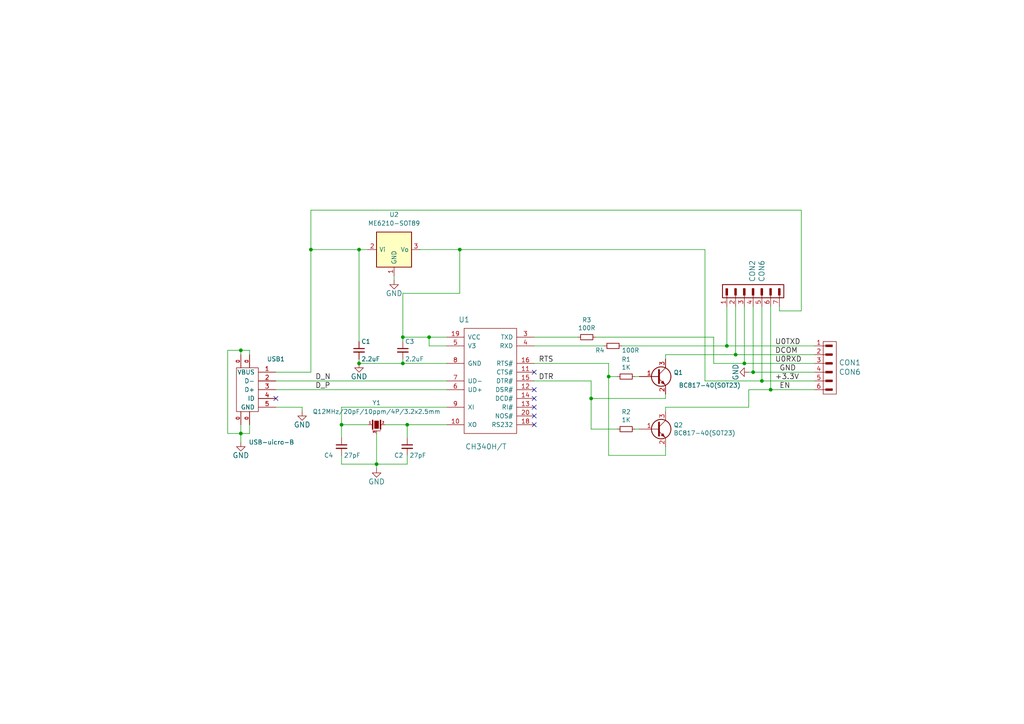
<source format=kicad_sch>
(kicad_sch (version 20230121) (generator eeschema)
  (paper "A4")
  (lib_symbols
    (symbol "ESP-PROG_Rev.C:C-bb-ch340t" (pin_numbers hide) (pin_names (offset 0.254) hide)
      (property "Reference" "C" (at 0.254 1.778 0))
      (property "Value" "C-bb-ch340t" (at 0.254 -2.032 0))
      (symbol "C-bb-ch340t_0_1"
        (polyline (pts (xy -1.524 -0.508) (xy 1.524 -0.508)) (stroke (width 0.3302)))
        (polyline (pts (xy -1.524 0.508) (xy 1.524 0.508)) (stroke (width 0.3048)))
      )
      (symbol "C-bb-ch340t_1_1"
        (pin passive line (at 0 2.54 270) (length 1.905) (name "~") (number "1"))
        (pin passive line (at 0 -2.54 90) (length 2.032) (name "~") (number "2"))
      )
    )
    (symbol "ESP-PROG_Rev.C:CH340T(SSOP20W)-bb-ch340t" (pin_names (offset 1.016))
      (property "Reference" "U" (at -5.08 16.51 0))
      (property "Value" "CH340T(SSOP20W)-bb-ch340t" (at 0 -16.51 0))
      (symbol "CH340T(SSOP20W)-bb-ch340t_0_1"
        (rectangle (start -7.62 15.24) (end 7.62 -15.24))
      )
      (symbol "CH340T(SSOP20W)-bb-ch340t_1_1"
        (pin output line (at -12.7 -12.7 0) (length 5.08) (name "XO") (number "10"))
        (pin input line (at 12.7 2.54 180) (length 5.08) (name "CTS#") (number "11"))
        (pin input line (at 12.7 -2.54 180) (length 5.08) (name "DSR#") (number "12"))
        (pin input line (at 12.7 -7.62 180) (length 5.08) (name "RI#") (number "13"))
        (pin input line (at 12.7 -5.08 180) (length 5.08) (name "DCD#") (number "14"))
        (pin output line (at 12.7 0 180) (length 5.08) (name "DTR#") (number "15"))
        (pin output line (at 12.7 5.08 180) (length 5.08) (name "RTS#") (number "16"))
        (pin input line (at 12.7 -12.7 180) (length 5.08) (name "RS232") (number "18"))
        (pin power_in line (at -12.7 12.7 0) (length 5.08) (name "VCC") (number "19"))
        (pin input line (at 12.7 -10.16 180) (length 5.08) (name "NOS#") (number "20"))
        (pin output line (at 12.7 12.7 180) (length 5.08) (name "TXD") (number "3"))
        (pin input line (at 12.7 10.16 180) (length 5.08) (name "RXD") (number "4"))
        (pin power_in line (at -12.7 10.16 0) (length 5.08) (name "V3") (number "5"))
        (pin bidirectional line (at -12.7 -2.54 0) (length 5.08) (name "UD+") (number "6"))
        (pin bidirectional line (at -12.7 0 0) (length 5.08) (name "UD-") (number "7"))
        (pin power_in line (at -12.7 5.08 0) (length 5.08) (name "GND") (number "8"))
        (pin input line (at -12.7 -7.62 0) (length 5.08) (name "XI") (number "9"))
      )
    )
    (symbol "ESP-PROG_Rev.C:CON6" (pin_names (offset 1.016))
      (property "Reference" "CON" (at -1.27 7.62 0))
      (property "Value" "CON6" (at -1.27 -10.16 0))
      (symbol "CON6_0_0"
        (rectangle (start -2.6416 -7.7724) (end -0.8636 -7.4168))
        (rectangle (start -2.6416 -5.2324) (end -0.8636 -4.8768))
        (rectangle (start -2.6416 -2.6924) (end -0.8636 -2.3368))
        (rectangle (start -2.6416 -0.1524) (end -0.8636 0.2032))
        (rectangle (start -2.6416 2.3876) (end -0.8636 2.7432))
        (rectangle (start -2.6162 -7.6708) (end -0.9652 -7.5692))
        (rectangle (start -2.6162 -5.1308) (end -0.9652 -5.0292))
        (rectangle (start -2.6162 -2.5908) (end -0.9652 -2.4892))
        (rectangle (start -2.6162 -0.0508) (end -0.9652 0.0508))
        (rectangle (start -2.6162 2.4892) (end -0.9652 2.5908))
        (rectangle (start -2.6162 4.9276) (end -0.8382 5.2832))
        (rectangle (start -2.5908 5.0546) (end -0.9398 5.1562))
        (rectangle (start -0.9652 -7.493) (end -2.6416 -7.6962))
        (rectangle (start -0.9652 -4.953) (end -2.6416 -5.1562))
        (rectangle (start -0.9652 -2.413) (end -2.6416 -2.6162))
        (rectangle (start -0.9652 0.127) (end -2.6416 -0.0762))
        (rectangle (start -0.9652 2.667) (end -2.6416 2.4638))
        (rectangle (start -0.8636 5.1816) (end -2.54 4.9784))
        (rectangle (start -0.7366 -7.3152) (end -2.667 -7.874))
        (rectangle (start -0.7366 -4.7752) (end -2.667 -5.334))
        (rectangle (start -0.7366 -2.2352) (end -2.667 -2.794))
        (rectangle (start -0.7366 0.3048) (end -2.667 -0.254))
        (rectangle (start -0.7366 2.8448) (end -2.667 2.286))
        (rectangle (start -0.7366 5.3848) (end -2.667 4.826))
        (polyline (pts (xy 0 -7.62) (xy -0.762 -7.62)))
        (polyline (pts (xy 0 -5.08) (xy -0.762 -5.08)))
        (polyline (pts (xy 0 -2.54) (xy -0.762 -2.54)))
        (polyline (pts (xy 0 0) (xy -0.762 0)))
        (polyline (pts (xy 0 2.54) (xy -0.762 2.54)))
        (polyline (pts (xy 0 5.08) (xy -0.762 5.08)))
      )
      (symbol "CON6_0_1"
        (rectangle (start -3.81 6.35) (end 0 -8.89))
      )
      (symbol "CON6_1_1"
        (pin passive line (at 2.54 5.08 180) (length 2.54) (name "~") (number "1"))
        (pin passive line (at 2.54 2.54 180) (length 2.54) (name "~") (number "2"))
        (pin passive line (at 2.54 0 180) (length 2.54) (name "~") (number "3"))
        (pin passive line (at 2.54 -2.54 180) (length 2.54) (name "~") (number "4"))
        (pin passive line (at 2.54 -5.08 180) (length 2.54) (name "~") (number "5"))
        (pin passive line (at 2.54 -7.62 180) (length 2.54) (name "~") (number "6"))
      )
    )
    (symbol "ESP-PROG_Rev.C:CON7" (pin_names (offset 1.016))
      (property "Reference" "CON" (at -1.27 10.16 0))
      (property "Value" "CON7" (at -1.016 -10.414 0))
      (symbol "CON7_0_0"
        (rectangle (start -2.6416 -7.7724) (end -0.8636 -7.4168))
        (rectangle (start -2.6416 -5.2324) (end -0.8636 -4.8768))
        (rectangle (start -2.6416 -2.6924) (end -0.8636 -2.3368))
        (rectangle (start -2.6416 -0.1524) (end -0.8636 0.2032))
        (rectangle (start -2.6416 2.3876) (end -0.8636 2.7432))
        (rectangle (start -2.6416 4.9276) (end -0.8636 5.2832))
        (rectangle (start -2.6162 -7.6708) (end -0.9652 -7.5692))
        (rectangle (start -2.6162 -5.1308) (end -0.9652 -5.0292))
        (rectangle (start -2.6162 -2.5908) (end -0.9652 -2.4892))
        (rectangle (start -2.6162 -0.0508) (end -0.9652 0.0508))
        (rectangle (start -2.6162 2.4892) (end -0.9652 2.5908))
        (rectangle (start -2.6162 5.0292) (end -0.9652 5.1308))
        (rectangle (start -2.6162 7.4676) (end -0.8382 7.8232))
        (rectangle (start -2.5908 7.5946) (end -0.9398 7.6962))
        (rectangle (start -0.9652 -7.493) (end -2.6416 -7.6962))
        (rectangle (start -0.9652 -4.953) (end -2.6416 -5.1562))
        (rectangle (start -0.9652 -2.413) (end -2.6416 -2.6162))
        (rectangle (start -0.9652 0.127) (end -2.6416 -0.0762))
        (rectangle (start -0.9652 2.667) (end -2.6416 2.4638))
        (rectangle (start -0.9652 5.207) (end -2.6416 5.0038))
        (rectangle (start -0.8636 7.7216) (end -2.54 7.5184))
        (rectangle (start -0.7366 -7.3152) (end -2.667 -7.874))
        (rectangle (start -0.7366 -4.7752) (end -2.667 -5.334))
        (rectangle (start -0.7366 -2.2352) (end -2.667 -2.794))
        (rectangle (start -0.7366 0.3048) (end -2.667 -0.254))
        (rectangle (start -0.7366 2.8448) (end -2.667 2.286))
        (rectangle (start -0.7366 5.3848) (end -2.667 4.826))
        (rectangle (start -0.7366 7.9248) (end -2.667 7.366))
        (polyline (pts (xy 0 -7.62) (xy -0.762 -7.62)))
        (polyline (pts (xy 0 -5.08) (xy -0.762 -5.08)))
        (polyline (pts (xy 0 -2.54) (xy -0.762 -2.54)))
        (polyline (pts (xy 0 0) (xy -0.762 0)))
        (polyline (pts (xy 0 2.54) (xy -0.762 2.54)))
        (polyline (pts (xy 0 5.08) (xy -0.762 5.08)))
        (polyline (pts (xy 0 7.62) (xy -0.762 7.62)))
      )
      (symbol "CON7_0_1"
        (rectangle (start -3.81 8.89) (end 0 -8.89) (stroke (width 0.254)))
      )
      (symbol "CON7_1_1"
        (pin passive line (at 2.54 7.62 180) (length 2.54) (name "~") (number "1"))
        (pin passive line (at 2.54 5.08 180) (length 2.54) (name "~") (number "2"))
        (pin passive line (at 2.54 2.54 180) (length 2.54) (name "~") (number "3"))
        (pin passive line (at 2.54 0 180) (length 2.54) (name "~") (number "4"))
        (pin passive line (at 2.54 -2.54 180) (length 2.54) (name "~") (number "5"))
        (pin passive line (at 2.54 -5.08 180) (length 2.54) (name "~") (number "6"))
        (pin passive line (at 2.54 -7.62 180) (length 2.54) (name "~") (number "7"))
      )
    )
    (symbol "ESP-PROG_Rev.C:Crystal_GND" (pin_names (offset 1.016) hide)
      (property "Reference" "Q" (at 0 2.286 0))
      (property "Value" "Crystal_GND" (at 0.762 -2.794 0))
      (symbol "Crystal_GND_0_1"
        (polyline (pts (xy -1.143 -1.778) (xy 1.143 -1.778)))
        (polyline (pts (xy -1.143 1.27) (xy -1.143 -1.27)) (stroke (width 0.4064)))
        (polyline (pts (xy 1.143 1.27) (xy 1.143 -1.27)) (stroke (width 0.4064)))
        (polyline (pts (xy -0.508 1.016) (xy 0.508 1.016) (xy 0.508 -1.016) (xy -0.508 -1.016) (xy -0.508 1.016)) (stroke (width 0.3048)) (fill (type outline)))
      )
      (symbol "Crystal_GND_1_1"
        (pin passive line (at -2.54 0 0) (length 1.27) (name "1") (number "1"))
        (pin passive line (at 2.54 0 180) (length 1.27) (name "2") (number "2"))
        (pin passive line (at 0 -2.54 90) (length 0.762) (name "case") (number "3"))
      )
    )
    (symbol "ESP-PROG_Rev.C:GND-bb-ch340t" (power) (pin_names (offset 0))
      (property "Value" "GND-bb-ch340t" (at 0 -3.81 0))
      (symbol "GND-bb-ch340t_0_1"
        (polyline (pts (xy 0 0) (xy 0 -1.27) (xy 1.27 -1.27) (xy 0 -2.54) (xy -1.27 -1.27) (xy 0 -1.27)))
      )
      (symbol "GND-bb-ch340t_1_1"
        (pin power_in line (at 0 0 270) (length 0) hide (name "GND") (number "1"))
      )
    )
    (symbol "ESP-PROG_Rev.C:ME6210-SOT89" (pin_names (offset 0.762))
      (property "Reference" "U" (at 2.54 -6.35 0))
      (property "Value" "ME6210-SOT89" (at 0 6.35 0))
      (symbol "ME6210-SOT89_0_1"
        (rectangle (start -5.08 -5.08) (end 5.08 5.08) (stroke (width 0.254)) (fill (type background)))
      )
      (symbol "ME6210-SOT89_1_1"
        (pin power_in line (at 0 -7.62 90) (length 2.54) (name "GND") (number "1"))
        (pin power_in line (at 7.62 0 180) (length 2.54) (name "Vi") (number "2"))
        (pin power_out line (at -7.62 0 0) (length 2.54) (name "Vo") (number "3"))
      )
    )
    (symbol "ESP-PROG_Rev.C:Q_NPN_BEC" (pin_names (offset 0) hide)
      (property "Reference" "Q" (at 7.62 1.27 0))
      (property "Value" "Q_NPN_BEC" (at 15.24 -1.27 0))
      (symbol "Q_NPN_BEC_0_1"
        (polyline (pts (xy 0.635 0.635) (xy 2.54 2.54)))
        (polyline (pts (xy 0.635 -0.635) (xy 2.54 -2.54) (xy 2.54 -2.54)))
        (polyline (pts (xy 0.635 1.905) (xy 0.635 -1.905) (xy 0.635 -1.905)) (stroke (width 0.508)))
        (polyline (pts (xy 1.27 -1.778) (xy 1.778 -1.27) (xy 2.286 -2.286) (xy 1.27 -1.778) (xy 1.27 -1.778)) (fill (type outline)))
        (circle (center 1.27 0) (radius 2.8194) (stroke (width 0.254)))
      )
      (symbol "Q_NPN_BEC_1_1"
        (pin passive line (at -5.08 0 0) (length 5.715) (name "B") (number "1"))
        (pin passive line (at 2.54 -5.08 90) (length 2.54) (name "E") (number "2"))
        (pin passive line (at 2.54 5.08 270) (length 2.54) (name "C") (number "3"))
      )
    )
    (symbol "ESP-PROG_Rev.C:R_Small" (pin_numbers hide) (pin_names (offset 0.254) hide)
      (property "Reference" "R" (at 0.762 0.508 0))
      (property "Value" "R_Small" (at 0.762 -1.016 0))
      (symbol "R_Small_0_1"
        (rectangle (start -0.762 1.778) (end 0.762 -1.778) (stroke (width 0.2032)))
      )
      (symbol "R_Small_1_1"
        (pin passive line (at 0 2.54 270) (length 0.762) (name "~") (number "1"))
        (pin passive line (at 0 -2.54 90) (length 0.762) (name "~") (number "2"))
      )
    )
    (symbol "ESP-PROG_Rev.C:USB-MINI-bb-ch340t" (pin_names (offset 1.016))
      (property "Reference" "USB" (at -4.445 8.255 0))
      (property "Value" "USB-MINI-bb-ch340t" (at -7.62 -8.89 0))
      (symbol "USB-MINI-bb-ch340t_0_1"
        (rectangle (start 3.81 6.35) (end -2.54 -6.35))
      )
      (symbol "USB-MINI-bb-ch340t_1_1"
        (pin passive line (at 0 -10.16 90) (length 3.81) (name "~") (number "0"))
        (pin passive line (at 0 10.16 270) (length 3.81) (name "~") (number "0"))
        (pin passive line (at 2.54 -10.16 90) (length 3.81) (name "~") (number "0"))
        (pin passive line (at 2.54 10.16 270) (length 3.81) (name "~") (number "0"))
        (pin input line (at -7.62 5.08 0) (length 5.08) (name "VBUS") (number "1"))
        (pin bidirectional line (at -7.62 2.54 0) (length 5.08) (name "D-") (number "2"))
        (pin bidirectional line (at -7.62 0 0) (length 5.08) (name "D+") (number "3"))
        (pin input line (at -7.62 -2.54 0) (length 5.08) (name "ID") (number "4"))
        (pin power_in line (at -7.62 -5.08 0) (length 5.08) (name "GND") (number "5"))
      )
    )
  )
  (junction (at 69.85 101.6))
  (junction (at 213.36 102.87))
  (junction (at 124.46 97.79))
  (junction (at 99.06 123.19))
  (junction (at 116.84 105.41))
  (junction (at 133.35 72.39))
  (junction (at 223.52 113.03))
  (junction (at 220.98 110.49))
  (junction (at 116.84 97.79))
  (junction (at 171.45 115.57))
  (junction (at 215.9 105.41))
  (junction (at 210.82 100.33))
  (junction (at 69.85 125.73))
  (junction (at 90.17 72.39))
  (junction (at 109.22 134.62))
  (junction (at 104.14 72.39))
  (junction (at 218.44 107.95))
  (junction (at 104.14 105.41))
  (junction (at 118.11 123.19))
  (junction (at 176.53 109.22))
  (no_connect (at 154.94 107.95))
  (no_connect (at 154.94 120.65))
  (no_connect (at 154.94 113.03))
  (no_connect (at 154.94 118.11))
  (no_connect (at 154.94 123.19))
  (no_connect (at 80.01 115.57))
  (no_connect (at 154.94 115.57))
  (wire (pts (xy 80.01 107.95) (xy 90.17 107.95)))
  (wire (pts (xy 90.17 60.96) (xy 90.17 72.39)))
  (wire (pts (xy 180.34 100.33) (xy 210.82 100.33)))
  (wire (pts (xy 124.46 97.79) (xy 124.46 100.33)))
  (wire (pts (xy 220.98 110.49) (xy 236.22 110.49)))
  (wire (pts (xy 66.04 101.6) (xy 66.04 125.73)))
  (wire (pts (xy 215.9 88.9) (xy 215.9 105.41)))
  (wire (pts (xy 223.52 113.03) (xy 217.17 113.03)))
  (wire (pts (xy 193.04 114.3) (xy 193.04 115.57)))
  (wire (pts (xy 90.17 72.39) (xy 90.17 107.95)))
  (wire (pts (xy 69.85 101.6) (xy 72.39 101.6)))
  (wire (pts (xy 184.15 124.46) (xy 185.42 124.46)))
  (wire (pts (xy 99.06 132.08) (xy 99.06 134.62)))
  (wire (pts (xy 69.85 123.19) (xy 69.85 125.73)))
  (wire (pts (xy 116.84 97.79) (xy 116.84 99.06)))
  (wire (pts (xy 176.53 132.08) (xy 176.53 109.22)))
  (wire (pts (xy 176.53 132.08) (xy 193.04 132.08)))
  (wire (pts (xy 129.54 118.11) (xy 99.06 118.11)))
  (wire (pts (xy 218.44 88.9) (xy 218.44 107.95)))
  (wire (pts (xy 69.85 125.73) (xy 69.85 128.27)))
  (wire (pts (xy 99.06 123.19) (xy 99.06 127)))
  (wire (pts (xy 193.04 119.38) (xy 193.04 118.11)))
  (wire (pts (xy 133.35 72.39) (xy 204.47 72.39)))
  (wire (pts (xy 111.76 123.19) (xy 118.11 123.19)))
  (wire (pts (xy 171.45 115.57) (xy 193.04 115.57)))
  (wire (pts (xy 104.14 72.39) (xy 90.17 72.39)))
  (wire (pts (xy 171.45 115.57) (xy 171.45 124.46)))
  (wire (pts (xy 213.36 88.9) (xy 213.36 102.87)))
  (wire (pts (xy 66.04 125.73) (xy 69.85 125.73)))
  (wire (pts (xy 104.14 104.14) (xy 104.14 105.41)))
  (wire (pts (xy 129.54 97.79) (xy 124.46 97.79)))
  (wire (pts (xy 154.94 110.49) (xy 171.45 110.49)))
  (wire (pts (xy 109.22 125.73) (xy 109.22 134.62)))
  (wire (pts (xy 114.3 80.01) (xy 114.3 81.28)))
  (wire (pts (xy 204.47 110.49) (xy 220.98 110.49)))
  (wire (pts (xy 118.11 123.19) (xy 118.11 127)))
  (wire (pts (xy 176.53 105.41) (xy 176.53 109.22)))
  (wire (pts (xy 215.9 105.41) (xy 236.22 105.41)))
  (wire (pts (xy 118.11 123.19) (xy 129.54 123.19)))
  (wire (pts (xy 72.39 101.6) (xy 72.39 102.87)))
  (wire (pts (xy 66.04 101.6) (xy 69.85 101.6)))
  (wire (pts (xy 99.06 123.19) (xy 106.68 123.19)))
  (wire (pts (xy 109.22 134.62) (xy 109.22 135.89)))
  (wire (pts (xy 236.22 107.95) (xy 218.44 107.95)))
  (wire (pts (xy 193.04 129.54) (xy 193.04 132.08)))
  (wire (pts (xy 69.85 102.87) (xy 69.85 101.6)))
  (wire (pts (xy 204.47 72.39) (xy 204.47 110.49)))
  (wire (pts (xy 213.36 102.87) (xy 236.22 102.87)))
  (wire (pts (xy 99.06 134.62) (xy 109.22 134.62)))
  (wire (pts (xy 171.45 124.46) (xy 179.07 124.46)))
  (wire (pts (xy 90.17 60.96) (xy 232.41 60.96)))
  (wire (pts (xy 69.85 125.73) (xy 72.39 125.73)))
  (wire (pts (xy 232.41 60.96) (xy 232.41 90.17)))
  (wire (pts (xy 207.01 105.41) (xy 215.9 105.41)))
  (wire (pts (xy 104.14 105.41) (xy 116.84 105.41)))
  (wire (pts (xy 104.14 72.39) (xy 106.68 72.39)))
  (wire (pts (xy 172.72 97.79) (xy 207.01 97.79)))
  (wire (pts (xy 217.17 118.11) (xy 217.17 113.03)))
  (wire (pts (xy 223.52 88.9) (xy 223.52 113.03)))
  (wire (pts (xy 133.35 85.09) (xy 133.35 72.39)))
  (wire (pts (xy 154.94 97.79) (xy 167.64 97.79)))
  (wire (pts (xy 210.82 88.9) (xy 210.82 100.33)))
  (wire (pts (xy 116.84 104.14) (xy 116.84 105.41)))
  (wire (pts (xy 236.22 113.03) (xy 223.52 113.03)))
  (wire (pts (xy 154.94 100.33) (xy 175.26 100.33)))
  (wire (pts (xy 87.63 118.11) (xy 87.63 119.38)))
  (wire (pts (xy 207.01 97.79) (xy 207.01 105.41)))
  (wire (pts (xy 184.15 109.22) (xy 185.42 109.22)))
  (wire (pts (xy 193.04 102.87) (xy 213.36 102.87)))
  (wire (pts (xy 179.07 109.22) (xy 176.53 109.22)))
  (wire (pts (xy 218.44 107.95) (xy 217.17 107.95)))
  (wire (pts (xy 118.11 132.08) (xy 118.11 134.62)))
  (wire (pts (xy 109.22 134.62) (xy 118.11 134.62)))
  (wire (pts (xy 80.01 113.03) (xy 129.54 113.03)))
  (wire (pts (xy 99.06 118.11) (xy 99.06 123.19)))
  (wire (pts (xy 171.45 110.49) (xy 171.45 115.57)))
  (wire (pts (xy 220.98 88.9) (xy 220.98 110.49)))
  (wire (pts (xy 80.01 110.49) (xy 129.54 110.49)))
  (wire (pts (xy 154.94 105.41) (xy 176.53 105.41)))
  (wire (pts (xy 232.41 90.17) (xy 226.06 90.17)))
  (wire (pts (xy 72.39 125.73) (xy 72.39 123.19)))
  (wire (pts (xy 116.84 105.41) (xy 129.54 105.41)))
  (wire (pts (xy 80.01 118.11) (xy 87.63 118.11)))
  (wire (pts (xy 226.06 90.17) (xy 226.06 88.9)))
  (wire (pts (xy 210.82 100.33) (xy 236.22 100.33)))
  (wire (pts (xy 116.84 97.79) (xy 124.46 97.79)))
  (wire (pts (xy 116.84 85.09) (xy 133.35 85.09)))
  (wire (pts (xy 104.14 72.39) (xy 104.14 99.06)))
  (wire (pts (xy 116.84 85.09) (xy 116.84 97.79)))
  (wire (pts (xy 121.92 72.39) (xy 133.35 72.39)))
  (wire (pts (xy 193.04 118.11) (xy 217.17 118.11)))
  (wire (pts (xy 193.04 104.14) (xy 193.04 102.87)))
  (wire (pts (xy 124.46 100.33) (xy 129.54 100.33)))
  (label "U0RXD" (at 224.79 105.41 0) (effects (font (size 1.524 1.524))))
  (label "D_P" (at 91.44 113.03 0) (effects (font (size 1.524 1.524))))
  (label "GND" (at 226.06 107.95 0) (effects (font (size 1.524 1.524))))
  (label "U0TXD" (at 224.79 100.33 0) (effects (font (size 1.524 1.524))))
  (label "DTR" (at 156.21 110.49 0) (effects (font (size 1.524 1.524))))
  (label "EN" (at 226.06 113.03 0) (effects (font (size 1.524 1.524))))
  (label "D_N" (at 91.44 110.49 0) (effects (font (size 1.524 1.524))))
  (label "+3.3V" (at 224.79 110.49 0) (effects (font (size 1.524 1.524))))
  (label "RTS" (at 156.21 105.41 0) (effects (font (size 1.524 1.524))))
  (label "DCOM" (at 224.79 102.87 0) (effects (font (size 1.524 1.524))))
  (symbol (lib_id "ESP-PROG_Rev.C:CH340T(SSOP20W)-bb-ch340t") (at 142.24 110.49 0) (unit 1)
    (property "Reference" "U1" (at 134.62 92.71 0) (effects (font (size 1.524 1.524))))
    (property "Value" "CH340H/T" (at 140.97 129.54 0) (effects (font (size 1.524 1.524))))
    (property "Footprint" "OLIMEX_IC-FP:SSOP-20W" (effects hide))
  )
  (symbol (lib_id "ESP-PROG_Rev.C:GND-bb-ch340t") (at 87.63 119.38 0) (unit 1)
    (property "Reference" "#PWR02" (effects hide))
    (property "Value" "GND" (at 87.63 123.19 0) (effects (font (size 1.524 1.524))))
  )
  (symbol (lib_id "ESP-PROG_Rev.C:C-bb-ch340t") (at 116.84 101.6 0) (unit 1)
    (property "Reference" "C3" (at 117.475 99.06 0) (effects (justify left)))
    (property "Value" "2.2uF" (at 117.475 104.14 0) (effects (justify left)))
    (property "Footprint" "OLIMEX_RLC-FP:C_0603_5MIL_DWS" (effects hide))
  )
  (symbol (lib_id "ESP-PROG_Rev.C:C-bb-ch340t") (at 104.14 101.6 0) (unit 1)
    (property "Reference" "C1" (at 104.775 99.06 0) (effects (justify left)))
    (property "Value" "2.2uF" (at 104.775 104.14 0) (effects (justify left)))
    (property "Footprint" "OLIMEX_RLC-FP:C_0603_5MIL_DWS" (effects hide))
  )
  (symbol (lib_id "ESP-PROG_Rev.C:C-bb-ch340t") (at 99.06 129.54 0) (unit 1)
    (property "Reference" "C4" (at 93.98 132.08 0) (effects (justify left)))
    (property "Value" "27pF" (at 99.695 132.08 0) (effects (justify left)))
    (property "Footprint" "OLIMEX_RLC-FP:C_0402_5MIL_DWS" (effects hide))
  )
  (symbol (lib_id "ESP-PROG_Rev.C:GND-bb-ch340t") (at 109.22 135.89 0) (unit 1)
    (property "Reference" "#PWR04" (effects hide))
    (property "Value" "GND" (at 109.22 139.7 0) (effects (font (size 1.524 1.524))))
  )
  (symbol (lib_id "ESP-PROG_Rev.C:GND-bb-ch340t") (at 217.17 107.95 270) (unit 1)
    (property "Reference" "#PWR05" (effects hide))
    (property "Value" "GND" (at 213.36 107.95 0) (effects (font (size 1.524 1.524))))
  )
  (symbol (lib_id "ESP-PROG_Rev.C:USB-MINI-bb-ch340t") (at 72.39 113.03 0) (mirror y) (unit 1)
    (property "Reference" "USB1" (at 80.01 104.14 0))
    (property "Value" "USB-uicro-B" (at 78.74 128.27 0))
    (property "Footprint" "OLIMEX_Connectors-FP:USB-MICRO_MISB-SWMM-5B_LF" (effects hide))
  )
  (symbol (lib_id "ESP-PROG_Rev.C:GND-bb-ch340t") (at 69.85 128.27 0) (unit 1)
    (property "Reference" "#PWR01" (effects hide))
    (property "Value" "GND" (at 69.85 132.08 0) (effects (font (size 1.524 1.524))))
  )
  (symbol (lib_id "ESP-PROG_Rev.C:GND-bb-ch340t") (at 104.14 105.41 0) (unit 1)
    (property "Reference" "#PWR03" (effects hide))
    (property "Value" "GND" (at 104.14 109.22 0) (effects (font (size 1.524 1.524))))
  )
  (symbol (lib_id "ESP-PROG_Rev.C:CON6") (at 238.76 105.41 0) (mirror y) (unit 1)
    (property "Reference" "CON1" (at 243.2812 105.1814 0) (effects (font (size 1.524 1.524)) (justify right)))
    (property "Value" "CON6" (at 243.2812 107.8992 0) (effects (font (size 1.524 1.524)) (justify right)))
    (property "Footprint" "OLIMEX_Connectors-FP:WU06SM" (effects hide))
  )
  (symbol (lib_id "ESP-PROG_Rev.C:GND-bb-ch340t") (at 114.3 81.28 0) (unit 1)
    (property "Reference" "#PWR06" (effects hide))
    (property "Value" "GND" (at 114.3 85.09 0) (effects (font (size 1.524 1.524))))
  )
  (symbol (lib_id "ESP-PROG_Rev.C:Q_NPN_BEC") (at 190.5 109.22 0) (unit 1)
    (property "Reference" "Q1" (at 195.3514 108.0516 0) (effects (justify left)))
    (property "Value" "BC817-40(SOT23)" (at 196.85 111.76 0) (effects (justify left)))
    (property "Footprint" "OLIMEX_Transistors-FP:SOT23" (effects hide))
  )
  (symbol (lib_id "ESP-PROG_Rev.C:R_Small") (at 181.61 109.22 270) (unit 1)
    (property "Reference" "R1" (at 181.61 104.2416 90))
    (property "Value" "1K" (at 181.61 106.553 90))
    (property "Footprint" "OLIMEX_RLC-FP:R_0402_5MIL_DWS" (effects hide))
  )
  (symbol (lib_id "ESP-PROG_Rev.C:R_Small") (at 181.61 124.46 270) (unit 1)
    (property "Reference" "R2" (at 181.61 119.4816 90))
    (property "Value" "1K" (at 181.61 121.793 90))
    (property "Footprint" "OLIMEX_RLC-FP:R_0402_5MIL_DWS" (effects hide))
  )
  (symbol (lib_id "ESP-PROG_Rev.C:Q_NPN_BEC") (at 190.5 124.46 0) (unit 1)
    (property "Reference" "Q2" (at 195.3514 123.2916 0) (effects (justify left)))
    (property "Value" "BC817-40(SOT23)" (at 195.3514 125.603 0) (effects (justify left)))
    (property "Footprint" "OLIMEX_Transistors-FP:SOT23" (effects hide))
  )
  (symbol (lib_id "ESP-PROG_Rev.C:C-bb-ch340t") (at 118.11 129.54 0) (unit 1)
    (property "Reference" "C2" (at 114.3 132.08 0) (effects (justify left)))
    (property "Value" "27pF" (at 118.745 132.08 0) (effects (justify left)))
    (property "Footprint" "OLIMEX_RLC-FP:C_0402_5MIL_DWS" (effects hide))
  )
  (symbol (lib_id "ESP-PROG_Rev.C:R_Small") (at 170.18 97.79 270) (unit 1)
    (property "Reference" "R3" (at 170.18 92.8116 90))
    (property "Value" "100R" (at 170.18 95.123 90))
    (property "Footprint" "OLIMEX_RLC-FP:R_0402_5MIL_DWS" (effects hide))
  )
  (symbol (lib_id "ESP-PROG_Rev.C:R_Small") (at 177.8 100.33 270) (unit 1)
    (property "Reference" "R4" (at 173.99 101.6 90))
    (property "Value" "100R" (at 182.88 101.6 90))
    (property "Footprint" "OLIMEX_RLC-FP:R_0402_5MIL_DWS" (effects hide))
  )
  (symbol (lib_id "ESP-PROG_Rev.C:CON7") (at 218.44 86.36 90) (mirror x) (unit 1)
    (property "Reference" "CON2" (at 218.2114 81.8388 0) (effects (font (size 1.524 1.524)) (justify right)))
    (property "Value" "CON6" (at 220.9292 81.8388 0) (effects (font (size 1.524 1.524)) (justify right)))
    (property "Footprint" "OLIMEX_Connectors-FP:HN1x6" (effects hide))
  )
  (symbol (lib_id "ESP-PROG_Rev.C:ME6210-SOT89") (at 114.3 72.39 0) (mirror y) (unit 1)
    (property "Reference" "U2" (at 114.3 62.23 0))
    (property "Value" "ME6210-SOT89" (at 114.3 64.77 0))
    (property "Footprint" "OLIMEX_Transistors-FP:SOT89" (effects hide))
    (property "Datasheet" "http://www.diodes.com/datasheets/AP1117.pdf" (effects hide))
  )
  (symbol (lib_id "ESP-PROG_Rev.C:Crystal_GND") (at 109.22 123.19 0) (unit 1)
    (property "Reference" "Y1" (at 109.22 116.84 0))
    (property "Value" "Q12MHz/20pF/10ppm/4P/3.2x2.5mm" (at 109.22 119.38 0))
    (property "Footprint" "OLIMEX_Crystal-FP:TSX-3.2x2.5mm_GND(3)" (effects hide))
  )
)
</source>
